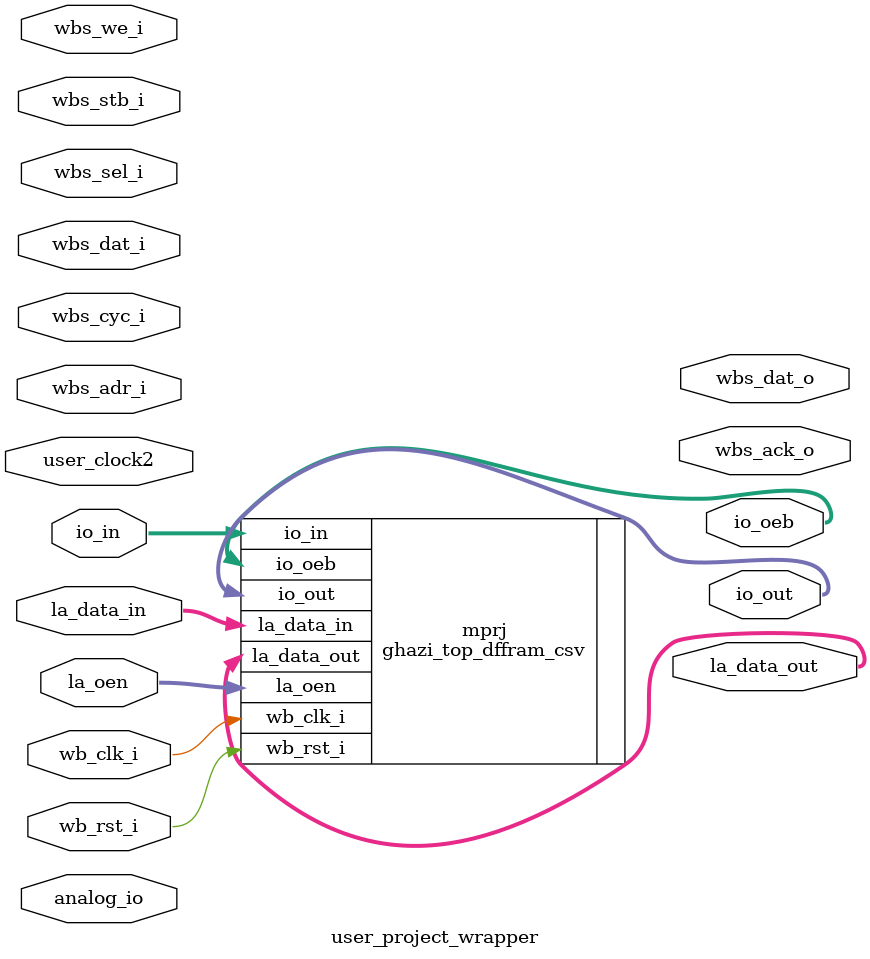
<source format=v>
/* Generated by Yosys 0.9+3621 (git sha1 84e9fa7, gcc 8.3.1 -fPIC -Os) */

module user_project_wrapper(wb_clk_i, wb_rst_i, wbs_stb_i, wbs_cyc_i, wbs_we_i, wbs_sel_i, wbs_dat_i, wbs_adr_i, wbs_ack_o, wbs_dat_o, la_data_in, la_data_out, la_oen, io_in, io_out, io_oeb, analog_io, user_clock2);
  inout [30:0] analog_io;
  input [37:0] io_in;
  output [37:0] io_oeb;
  output [37:0] io_out;
  input [127:0] la_data_in;
  output [127:0] la_data_out;
  input [127:0] la_oen;
  input user_clock2;
  input wb_clk_i;
  input wb_rst_i;
  output wbs_ack_o;
  input [31:0] wbs_adr_i;
  input wbs_cyc_i;
  input [31:0] wbs_dat_i;
  output [31:0] wbs_dat_o;
  input [3:0] wbs_sel_i;
  input wbs_stb_i;
  input wbs_we_i;
  ghazi_top_dffram_csv mprj (
    .io_in(io_in),
    .io_oeb(io_oeb),
    .io_out(io_out),
    .la_data_in(la_data_in),
    .la_data_out(la_data_out),
    .la_oen(la_oen),
    .wb_clk_i(wb_clk_i),
    .wb_rst_i(wb_rst_i)
  );
endmodule

</source>
